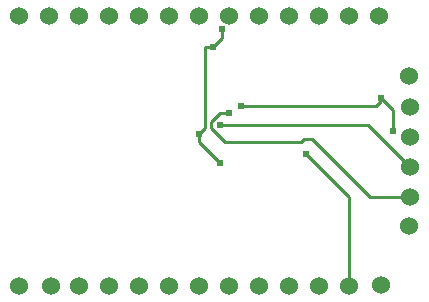
<source format=gbl>
G04 Layer: BottomLayer*
G04 EasyEDA v6.5.3, 2022-04-19 22:15:57*
G04 160cfc1a8d0c4c478010f6dc8366fd90,3d704182bbbd40308880d08212c7ad4d,10*
G04 Gerber Generator version 0.2*
G04 Scale: 100 percent, Rotated: No, Reflected: No *
G04 Dimensions in inches *
G04 leading zeros omitted , absolute positions ,3 integer and 6 decimal *
%FSLAX36Y36*%
%MOIN*%

%ADD10C,0.0100*%
%ADD12C,0.0240*%
%ADD25C,0.0600*%

%LPD*%
D10*
X1045000Y3195000D02*
G01*
X1075000Y3225000D01*
X1075000Y3255000D01*
X1070000Y2810000D02*
G01*
X1000000Y2880000D01*
X1000000Y2905000D01*
X1000000Y2905000D02*
G01*
X1020000Y2925000D01*
X1020000Y3195000D01*
X1045000Y3195000D01*
X1140000Y3000000D02*
G01*
X1590000Y3000000D01*
X1605000Y3015000D01*
X1605000Y3025000D01*
X1070000Y2935000D02*
G01*
X1561301Y2935000D01*
X1701581Y2794719D01*
X1701599Y2694699D02*
G01*
X1570000Y2695000D01*
X1375000Y2890000D01*
X1350000Y2890000D01*
X1340000Y2880000D01*
X1085000Y2880000D01*
X1040000Y2925000D01*
X1040000Y2945000D01*
X1070000Y2975000D01*
X1100000Y2975000D01*
X1605000Y3025000D02*
G01*
X1645000Y2985000D01*
X1645000Y2915000D01*
X1355000Y2840000D02*
G01*
X1500000Y2695000D01*
X1500000Y2400000D01*
D25*
G01*
X400000Y3300000D03*
G01*
X500000Y3300000D03*
G01*
X600000Y3300000D03*
G01*
X700000Y3300000D03*
G01*
X800000Y3300000D03*
G01*
X900000Y3300000D03*
G01*
X1000000Y3300000D03*
G01*
X1100000Y3300000D03*
G01*
X1200000Y3300000D03*
G01*
X1300000Y3300000D03*
G01*
X1400000Y3300000D03*
G01*
X1500000Y3300000D03*
G01*
X1600000Y3300000D03*
G01*
X505000Y2400000D03*
G01*
X600000Y2400000D03*
G01*
X700000Y2400000D03*
G01*
X800000Y2400000D03*
G01*
X900000Y2400000D03*
G01*
X1000000Y2400000D03*
G01*
X1100000Y2400000D03*
G01*
X1200000Y2400000D03*
G01*
X1300000Y2400000D03*
G01*
X1400000Y2400000D03*
G01*
X1500000Y2400000D03*
G01*
X1605280Y2401579D03*
G01*
X1700000Y3100000D03*
G01*
X1701580Y2994720D03*
G01*
X1701580Y2894720D03*
G01*
X1701580Y2794720D03*
G01*
X1701580Y2694720D03*
G01*
X1700000Y2600000D03*
G01*
X400000Y2400000D03*
D12*
G01*
X1000000Y2905000D03*
G01*
X1045000Y3195000D03*
G01*
X1075000Y3255000D03*
G01*
X1070000Y2810000D03*
G01*
X1070000Y2935000D03*
G01*
X1605000Y3025000D03*
G01*
X1645000Y2915000D03*
G01*
X1140000Y3000000D03*
G01*
X1100000Y2975000D03*
G01*
X1355000Y2840000D03*
M02*

</source>
